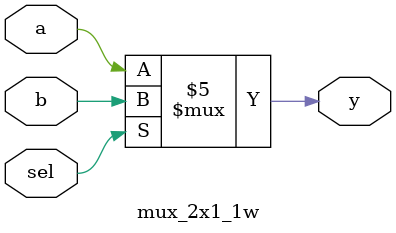
<source format=v>
`timescale 1ns / 1ps


module carry_select_adder_signed_32bit(
    input [31:0] a,b,
    input cin,
    output [31:0] sum,
    output zero_flag,
    output cout
    );
    wire [4:1] block_carry;
    wire [6:1] inter_carry;
    wire [31:8] inter_sum0, inter_sum1;
    //FIrst 8-bit RCA
    RCA_8bit m0 (a[7:0], b[7:0], cin, sum[7:0], block_carry[1]);
    //Block 1
    RCA_8bit m10 (a[15:8], b[15:8], 1'b0, inter_sum0[15:8], inter_carry[1]);
    RCA_8bit m11 (a[15:8], b[15:8], 1'b1, inter_sum1[15:8], inter_carry[2]);
    //Block 2
    RCA_8bit m20 (a[23:16], b[23:16], 1'b0, inter_sum0[23:16], inter_carry[3]);
    RCA_8bit m21 (a[23:16], b[23:16], 1'b1, inter_sum1[23:16], inter_carry[4]);
    //Block 3 - final block
    RCA_8bit m30 (a[31:24], b[31:24], 1'b0, inter_sum0[31:24], inter_carry[5]);
    RCA_8bit m31 (a[31:24], b[31:24], 1'b1, inter_sum1[31:24], inter_carry[6]);
    
    //carry mux selections
    mux_2x1_1w mxc1 (block_carry[1], inter_carry[1],inter_carry[1], block_carry[2]);
    mux_2x1_1w mxc2 (block_carry[2], inter_carry[3],inter_carry[4], block_carry[3]);
    mux_2x1_1w mxc3 (block_carry[3], inter_carry[5],inter_carry[6], block_carry[4]);
    
    //sum mux selections
    mux_2x1_8w mxs1 (block_carry[1], inter_sum0[15:8], inter_sum1[15:8], sum[15:8]);
    mux_2x1_8w mxs2 (block_carry[2], inter_sum0[23:16], inter_sum1[23:16], sum[23:16]);
    mux_2x1_8w mxs3 (block_carry[3], inter_sum0[31:24], inter_sum1[31:24], sum[31:24]);
    
    //Zero flag assignment
    assign zero_flag = ~|sum;
    assign cout = block_carry[4];
    
endmodule


module RCA_8bit(
    input [7:0] a,b,
    input cin, 
    output reg [7:0] sum,
    output cout
    );
    reg [8:0] c;                //intermediate carry wires
    integer i;
    always @ (*)
        begin
            c[0] = cin;
            for (i = 0; i < 8; i = i + 1)
                begin
                    sum[i] = a[i] ^ b[i] ^ c[i];
                    c[i+1] = (a[i] & b[i]) | (b[i] & c[i]) | (c[i] & a[i]);
                end     
            
//            if ((a[31] & b[31] & ~c[32]) == 1'b1)
//                begin 
//                    overflow = 1'b1;  
//                end     
//            else if ((~a[31] & ~b[31] & c[32]) == 1'b1)
//                begin 
//                    overflow = 1'b1;  
//                end      
//            else 
//                    overflow = 1'b0;                        
        end       
        assign cout = c[8]; 
endmodule


module mux_2x1_8w (                 //2x1 mux with 8-bit bus width
    input sel,
    input [7:0] a,b,
    output reg [7:0] y   
    );
    always @ (*)
        begin
            if (sel == 1'b0) 
                y = a;
            else 
                y = b;
        end        
endmodule

module mux_2x1_1w (                 //2x1 mux with 1-bit bus width
    input sel,
    input a,b,
    output reg y   
    );
    always @ (*)
        begin
            if (sel == 1'b0) 
                y = a;
            else 
                y = b;
        end        
endmodule   

</source>
